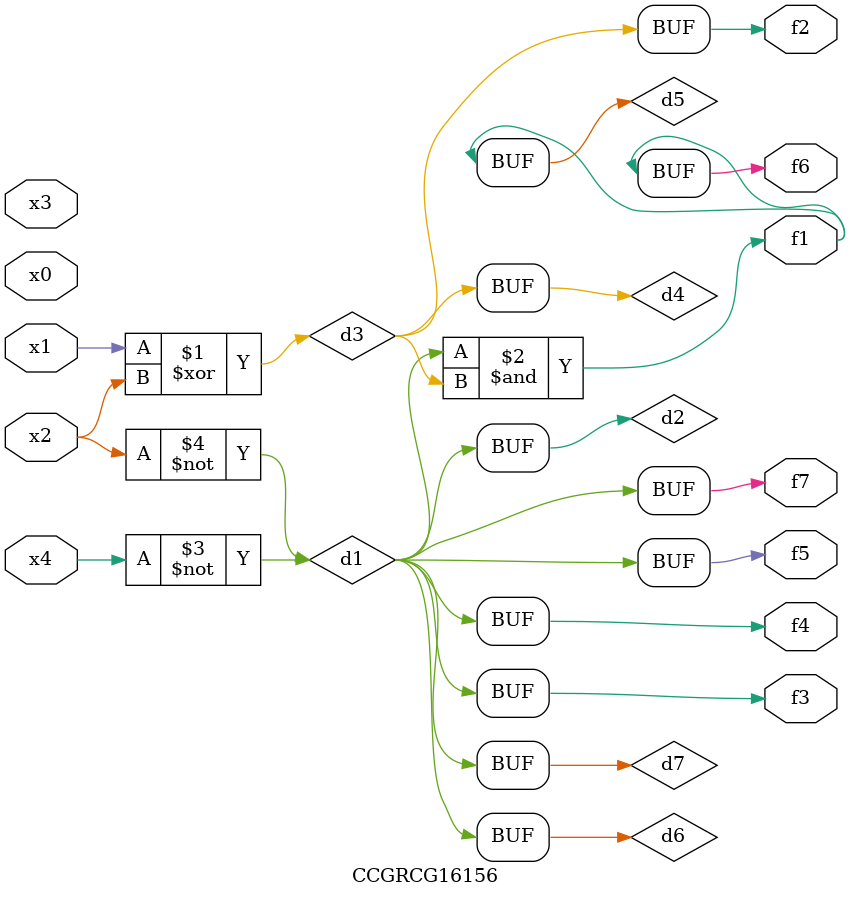
<source format=v>
module CCGRCG16156(
	input x0, x1, x2, x3, x4,
	output f1, f2, f3, f4, f5, f6, f7
);

	wire d1, d2, d3, d4, d5, d6, d7;

	not (d1, x4);
	not (d2, x2);
	xor (d3, x1, x2);
	buf (d4, d3);
	and (d5, d1, d3);
	buf (d6, d1, d2);
	buf (d7, d2);
	assign f1 = d5;
	assign f2 = d4;
	assign f3 = d7;
	assign f4 = d7;
	assign f5 = d7;
	assign f6 = d5;
	assign f7 = d7;
endmodule

</source>
